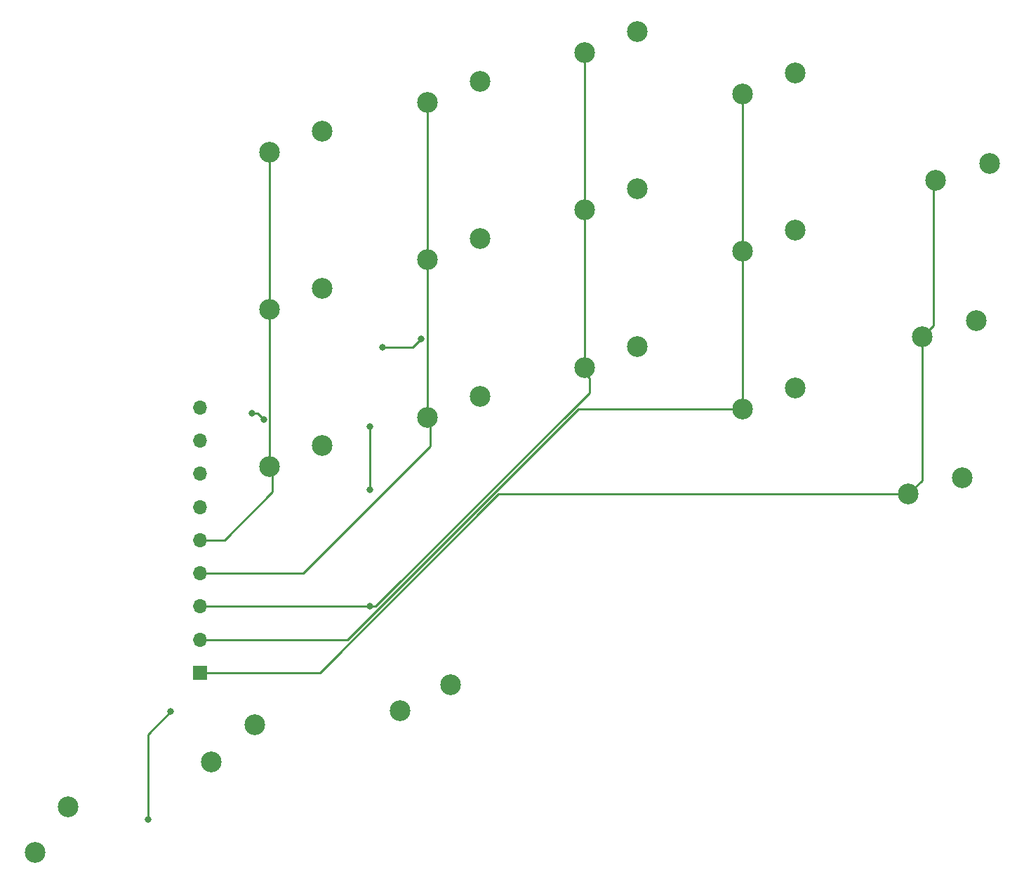
<source format=gbr>
%TF.GenerationSoftware,KiCad,Pcbnew,7.0.7*%
%TF.CreationDate,2023-09-27T07:48:00-06:00*%
%TF.ProjectId,keyboard - right,6b657962-6f61-4726-9420-2d2072696768,rev?*%
%TF.SameCoordinates,Original*%
%TF.FileFunction,Copper,L2,Bot*%
%TF.FilePolarity,Positive*%
%FSLAX46Y46*%
G04 Gerber Fmt 4.6, Leading zero omitted, Abs format (unit mm)*
G04 Created by KiCad (PCBNEW 7.0.7) date 2023-09-27 07:48:00*
%MOMM*%
%LPD*%
G01*
G04 APERTURE LIST*
%TA.AperFunction,ComponentPad*%
%ADD10C,2.500000*%
%TD*%
%TA.AperFunction,ComponentPad*%
%ADD11R,1.700000X1.700000*%
%TD*%
%TA.AperFunction,ComponentPad*%
%ADD12O,1.700000X1.700000*%
%TD*%
%TA.AperFunction,ViaPad*%
%ADD13C,0.800000*%
%TD*%
%TA.AperFunction,Conductor*%
%ADD14C,0.250000*%
%TD*%
G04 APERTURE END LIST*
D10*
%TO.P,S31,1,1*%
%TO.N,C9*%
X246645964Y-92159079D03*
%TO.P,S31,2,2*%
%TO.N,Net-(D30-A)*%
X252995964Y-89619079D03*
%TD*%
%TO.P,S22,1,1*%
%TO.N,C7*%
X208645964Y-55159079D03*
%TO.P,S22,2,2*%
%TO.N,Net-(D21-A)*%
X214995964Y-52619079D03*
%TD*%
%TO.P,S25,1,1*%
%TO.N,C8*%
X227645964Y-49159079D03*
%TO.P,S25,2,2*%
%TO.N,Net-(D24-A)*%
X233995964Y-46619079D03*
%TD*%
%TO.P,S28,1,1*%
%TO.N,C6*%
X161302797Y-145706554D03*
%TO.P,S28,2,2*%
%TO.N,Net-(D27-A)*%
X165341907Y-140187525D03*
%TD*%
%TO.P,S34,1,1*%
%TO.N,C10*%
X268325996Y-83451675D03*
%TO.P,S34,2,2*%
%TO.N,Net-(D33-A)*%
X274873208Y-81474780D03*
%TD*%
%TO.P,S23,1,1*%
%TO.N,C7*%
X208645964Y-74159079D03*
%TO.P,S23,2,2*%
%TO.N,Net-(D22-A)*%
X214995964Y-71619079D03*
%TD*%
%TO.P,S30,1,1*%
%TO.N,C9*%
X246645964Y-73159079D03*
%TO.P,S30,2,2*%
%TO.N,Net-(D29-A)*%
X252995964Y-70619079D03*
%TD*%
%TO.P,S19,1,1*%
%TO.N,C6*%
X189645962Y-61159079D03*
%TO.P,S19,2,2*%
%TO.N,Net-(D19-A)*%
X195995962Y-58619079D03*
%TD*%
%TO.P,S26,1,1*%
%TO.N,C8*%
X227645964Y-68159079D03*
%TO.P,S26,2,2*%
%TO.N,Net-(D25-A)*%
X233995964Y-65619079D03*
%TD*%
%TO.P,S21,1,1*%
%TO.N,C6*%
X189645962Y-99159079D03*
%TO.P,S21,2,2*%
%TO.N,Net-(D36-A)*%
X195995962Y-96619079D03*
%TD*%
%TO.P,S32,1,1*%
%TO.N,C7*%
X182633974Y-134742791D03*
%TO.P,S32,2,2*%
%TO.N,Net-(D31-A)*%
X187811074Y-130273817D03*
%TD*%
%TO.P,S27,1,1*%
%TO.N,C8*%
X227645964Y-87159079D03*
%TO.P,S27,2,2*%
%TO.N,Net-(D26-A)*%
X233995964Y-84619079D03*
%TD*%
%TO.P,S35,1,1*%
%TO.N,C10*%
X266677980Y-102449094D03*
%TO.P,S35,2,2*%
%TO.N,Net-(D34-A)*%
X273225192Y-100472199D03*
%TD*%
%TO.P,S20,1,1*%
%TO.N,C6*%
X189645962Y-80159079D03*
%TO.P,S20,2,2*%
%TO.N,Net-(D20-A)*%
X195995962Y-77619079D03*
%TD*%
%TO.P,S29,1,1*%
%TO.N,C9*%
X246645964Y-54159079D03*
%TO.P,S29,2,2*%
%TO.N,Net-(D28-A)*%
X252995964Y-51619079D03*
%TD*%
%TO.P,S33,1,1*%
%TO.N,C10*%
X269935221Y-64545574D03*
%TO.P,S33,2,2*%
%TO.N,Net-(D32-A)*%
X276482433Y-62568679D03*
%TD*%
%TO.P,S36,1,1*%
%TO.N,C8*%
X205406400Y-128620769D03*
%TO.P,S36,2,2*%
%TO.N,Net-(D35-A)*%
X211456112Y-125430927D03*
%TD*%
%TO.P,S24,1,1*%
%TO.N,C7*%
X208645964Y-93159079D03*
%TO.P,S24,2,2*%
%TO.N,Net-(D23-A)*%
X214995964Y-90619079D03*
%TD*%
D11*
%TO.P,J2,1,Pin_1*%
%TO.N,C10*%
X181275976Y-124000000D03*
D12*
%TO.P,J2,2,Pin_2*%
%TO.N,C9*%
X181275976Y-120000000D03*
%TO.P,J2,3,Pin_3*%
%TO.N,C8*%
X181275976Y-116000000D03*
%TO.P,J2,4,Pin_4*%
%TO.N,C7*%
X181275976Y-112000000D03*
%TO.P,J2,5,Pin_5*%
%TO.N,C6*%
X181275976Y-108000000D03*
%TO.P,J2,6,Pin_6*%
%TO.N,R4*%
X181275976Y-104000000D03*
%TO.P,J2,7,Pin_7*%
%TO.N,R3*%
X181275976Y-100000000D03*
%TO.P,J2,8,Pin_8*%
%TO.N,R2*%
X181275976Y-96000000D03*
%TO.P,J2,9,Pin_9*%
%TO.N,R1*%
X181275976Y-92000000D03*
%TD*%
D13*
%TO.N,R3*%
X203223227Y-84699079D03*
X207921464Y-83699079D03*
%TO.N,R2*%
X201723227Y-94319579D03*
X201723227Y-101949079D03*
X187473227Y-92699079D03*
X188921462Y-93449079D03*
%TO.N,R1*%
X177710928Y-128686780D03*
X174973227Y-141699079D03*
%TO.N,C8*%
X201723227Y-116000000D03*
%TD*%
D14*
%TO.N,R3*%
X206921464Y-84699079D02*
X207921464Y-83699079D01*
X203223227Y-84699079D02*
X206921464Y-84699079D01*
%TO.N,R2*%
X187473227Y-92699079D02*
X188171462Y-92699079D01*
X201723227Y-94319579D02*
X201723227Y-101949079D01*
X188171462Y-92699079D02*
X188921462Y-93449079D01*
%TO.N,R1*%
X177710928Y-128686780D02*
X174973227Y-131424481D01*
X174973227Y-131424481D02*
X174973227Y-141699079D01*
%TO.N,C6*%
X189973227Y-99486344D02*
X189973227Y-102199079D01*
X189645962Y-61159079D02*
X189645962Y-99159079D01*
X189973227Y-102199079D02*
X184172306Y-108000000D01*
X189645962Y-99159079D02*
X189973227Y-99486344D01*
X184172306Y-108000000D02*
X181275976Y-108000000D01*
%TO.N,C7*%
X208645964Y-55159079D02*
X208645964Y-93159079D01*
X208973227Y-96699079D02*
X208973227Y-93486342D01*
X193672306Y-112000000D02*
X208973227Y-96699079D01*
X181275976Y-112000000D02*
X193672306Y-112000000D01*
X208973227Y-93486342D02*
X208645964Y-93159079D01*
%TO.N,C8*%
X227645964Y-87871816D02*
X228223227Y-88449079D01*
X202422306Y-116000000D02*
X201723227Y-116000000D01*
X227645964Y-49159079D02*
X227645964Y-87159079D01*
X201723227Y-116000000D02*
X181275976Y-116000000D01*
X228223227Y-90199079D02*
X202422306Y-116000000D01*
X227645964Y-87159079D02*
X227645964Y-87871816D01*
X228223227Y-88449079D02*
X228223227Y-90199079D01*
%TO.N,C9*%
X199058702Y-120000000D02*
X181275976Y-120000000D01*
X246645964Y-54159079D02*
X246645964Y-92159079D01*
X246645964Y-92159079D02*
X226899623Y-92159079D01*
X226899623Y-92159079D02*
X199058702Y-120000000D01*
%TO.N,C10*%
X195695098Y-124000000D02*
X181275976Y-124000000D01*
X268325996Y-83451675D02*
X268325996Y-100801078D01*
X269698678Y-64782117D02*
X269698678Y-82078993D01*
X266677980Y-102449094D02*
X217246004Y-102449094D01*
X269935221Y-64545574D02*
X269698678Y-64782117D01*
X269698678Y-82078993D02*
X268325996Y-83451675D01*
X268325996Y-100801078D02*
X266677980Y-102449094D01*
X217246004Y-102449094D02*
X195695098Y-124000000D01*
%TD*%
M02*

</source>
